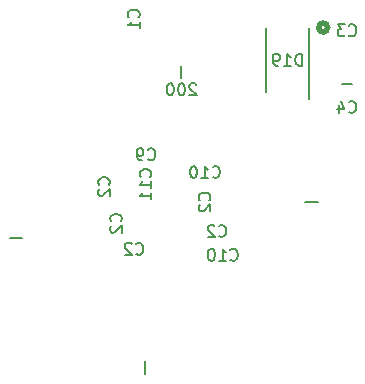
<source format=gbr>
%TF.GenerationSoftware,KiCad,Pcbnew,9.0.6*%
%TF.CreationDate,2025-12-07T19:13:54-08:00*%
%TF.ProjectId,redstone_block,72656473-746f-46e6-955f-626c6f636b2e,rev?*%
%TF.SameCoordinates,Original*%
%TF.FileFunction,Legend,Bot*%
%TF.FilePolarity,Positive*%
%FSLAX46Y46*%
G04 Gerber Fmt 4.6, Leading zero omitted, Abs format (unit mm)*
G04 Created by KiCad (PCBNEW 9.0.6) date 2025-12-07 19:13:54*
%MOMM*%
%LPD*%
G01*
G04 APERTURE LIST*
%ADD10C,0.150000*%
%ADD11C,0.508000*%
%ADD12C,0.200000*%
G04 APERTURE END LIST*
D10*
X130359580Y-52033333D02*
X130407200Y-51985714D01*
X130407200Y-51985714D02*
X130454819Y-51842857D01*
X130454819Y-51842857D02*
X130454819Y-51747619D01*
X130454819Y-51747619D02*
X130407200Y-51604762D01*
X130407200Y-51604762D02*
X130311961Y-51509524D01*
X130311961Y-51509524D02*
X130216723Y-51461905D01*
X130216723Y-51461905D02*
X130026247Y-51414286D01*
X130026247Y-51414286D02*
X129883390Y-51414286D01*
X129883390Y-51414286D02*
X129692914Y-51461905D01*
X129692914Y-51461905D02*
X129597676Y-51509524D01*
X129597676Y-51509524D02*
X129502438Y-51604762D01*
X129502438Y-51604762D02*
X129454819Y-51747619D01*
X129454819Y-51747619D02*
X129454819Y-51842857D01*
X129454819Y-51842857D02*
X129502438Y-51985714D01*
X129502438Y-51985714D02*
X129550057Y-52033333D01*
X129550057Y-52414286D02*
X129502438Y-52461905D01*
X129502438Y-52461905D02*
X129454819Y-52557143D01*
X129454819Y-52557143D02*
X129454819Y-52795238D01*
X129454819Y-52795238D02*
X129502438Y-52890476D01*
X129502438Y-52890476D02*
X129550057Y-52938095D01*
X129550057Y-52938095D02*
X129645295Y-52985714D01*
X129645295Y-52985714D02*
X129740533Y-52985714D01*
X129740533Y-52985714D02*
X129883390Y-52938095D01*
X129883390Y-52938095D02*
X130454819Y-52366667D01*
X130454819Y-52366667D02*
X130454819Y-52985714D01*
X138859580Y-53333333D02*
X138907200Y-53285714D01*
X138907200Y-53285714D02*
X138954819Y-53142857D01*
X138954819Y-53142857D02*
X138954819Y-53047619D01*
X138954819Y-53047619D02*
X138907200Y-52904762D01*
X138907200Y-52904762D02*
X138811961Y-52809524D01*
X138811961Y-52809524D02*
X138716723Y-52761905D01*
X138716723Y-52761905D02*
X138526247Y-52714286D01*
X138526247Y-52714286D02*
X138383390Y-52714286D01*
X138383390Y-52714286D02*
X138192914Y-52761905D01*
X138192914Y-52761905D02*
X138097676Y-52809524D01*
X138097676Y-52809524D02*
X138002438Y-52904762D01*
X138002438Y-52904762D02*
X137954819Y-53047619D01*
X137954819Y-53047619D02*
X137954819Y-53142857D01*
X137954819Y-53142857D02*
X138002438Y-53285714D01*
X138002438Y-53285714D02*
X138050057Y-53333333D01*
X138050057Y-53714286D02*
X138002438Y-53761905D01*
X138002438Y-53761905D02*
X137954819Y-53857143D01*
X137954819Y-53857143D02*
X137954819Y-54095238D01*
X137954819Y-54095238D02*
X138002438Y-54190476D01*
X138002438Y-54190476D02*
X138050057Y-54238095D01*
X138050057Y-54238095D02*
X138145295Y-54285714D01*
X138145295Y-54285714D02*
X138240533Y-54285714D01*
X138240533Y-54285714D02*
X138383390Y-54238095D01*
X138383390Y-54238095D02*
X138954819Y-53666667D01*
X138954819Y-53666667D02*
X138954819Y-54285714D01*
X132859580Y-37833333D02*
X132907200Y-37785714D01*
X132907200Y-37785714D02*
X132954819Y-37642857D01*
X132954819Y-37642857D02*
X132954819Y-37547619D01*
X132954819Y-37547619D02*
X132907200Y-37404762D01*
X132907200Y-37404762D02*
X132811961Y-37309524D01*
X132811961Y-37309524D02*
X132716723Y-37261905D01*
X132716723Y-37261905D02*
X132526247Y-37214286D01*
X132526247Y-37214286D02*
X132383390Y-37214286D01*
X132383390Y-37214286D02*
X132192914Y-37261905D01*
X132192914Y-37261905D02*
X132097676Y-37309524D01*
X132097676Y-37309524D02*
X132002438Y-37404762D01*
X132002438Y-37404762D02*
X131954819Y-37547619D01*
X131954819Y-37547619D02*
X131954819Y-37642857D01*
X131954819Y-37642857D02*
X132002438Y-37785714D01*
X132002438Y-37785714D02*
X132050057Y-37833333D01*
X132954819Y-38785714D02*
X132954819Y-38214286D01*
X132954819Y-38500000D02*
X131954819Y-38500000D01*
X131954819Y-38500000D02*
X132097676Y-38404762D01*
X132097676Y-38404762D02*
X132192914Y-38309524D01*
X132192914Y-38309524D02*
X132240533Y-38214286D01*
X132666666Y-57859580D02*
X132714285Y-57907200D01*
X132714285Y-57907200D02*
X132857142Y-57954819D01*
X132857142Y-57954819D02*
X132952380Y-57954819D01*
X132952380Y-57954819D02*
X133095237Y-57907200D01*
X133095237Y-57907200D02*
X133190475Y-57811961D01*
X133190475Y-57811961D02*
X133238094Y-57716723D01*
X133238094Y-57716723D02*
X133285713Y-57526247D01*
X133285713Y-57526247D02*
X133285713Y-57383390D01*
X133285713Y-57383390D02*
X133238094Y-57192914D01*
X133238094Y-57192914D02*
X133190475Y-57097676D01*
X133190475Y-57097676D02*
X133095237Y-57002438D01*
X133095237Y-57002438D02*
X132952380Y-56954819D01*
X132952380Y-56954819D02*
X132857142Y-56954819D01*
X132857142Y-56954819D02*
X132714285Y-57002438D01*
X132714285Y-57002438D02*
X132666666Y-57050057D01*
X132285713Y-57050057D02*
X132238094Y-57002438D01*
X132238094Y-57002438D02*
X132142856Y-56954819D01*
X132142856Y-56954819D02*
X131904761Y-56954819D01*
X131904761Y-56954819D02*
X131809523Y-57002438D01*
X131809523Y-57002438D02*
X131761904Y-57050057D01*
X131761904Y-57050057D02*
X131714285Y-57145295D01*
X131714285Y-57145295D02*
X131714285Y-57240533D01*
X131714285Y-57240533D02*
X131761904Y-57383390D01*
X131761904Y-57383390D02*
X132333332Y-57954819D01*
X132333332Y-57954819D02*
X131714285Y-57954819D01*
X133666666Y-49859580D02*
X133714285Y-49907200D01*
X133714285Y-49907200D02*
X133857142Y-49954819D01*
X133857142Y-49954819D02*
X133952380Y-49954819D01*
X133952380Y-49954819D02*
X134095237Y-49907200D01*
X134095237Y-49907200D02*
X134190475Y-49811961D01*
X134190475Y-49811961D02*
X134238094Y-49716723D01*
X134238094Y-49716723D02*
X134285713Y-49526247D01*
X134285713Y-49526247D02*
X134285713Y-49383390D01*
X134285713Y-49383390D02*
X134238094Y-49192914D01*
X134238094Y-49192914D02*
X134190475Y-49097676D01*
X134190475Y-49097676D02*
X134095237Y-49002438D01*
X134095237Y-49002438D02*
X133952380Y-48954819D01*
X133952380Y-48954819D02*
X133857142Y-48954819D01*
X133857142Y-48954819D02*
X133714285Y-49002438D01*
X133714285Y-49002438D02*
X133666666Y-49050057D01*
X133190475Y-49954819D02*
X132999999Y-49954819D01*
X132999999Y-49954819D02*
X132904761Y-49907200D01*
X132904761Y-49907200D02*
X132857142Y-49859580D01*
X132857142Y-49859580D02*
X132761904Y-49716723D01*
X132761904Y-49716723D02*
X132714285Y-49526247D01*
X132714285Y-49526247D02*
X132714285Y-49145295D01*
X132714285Y-49145295D02*
X132761904Y-49050057D01*
X132761904Y-49050057D02*
X132809523Y-49002438D01*
X132809523Y-49002438D02*
X132904761Y-48954819D01*
X132904761Y-48954819D02*
X133095237Y-48954819D01*
X133095237Y-48954819D02*
X133190475Y-49002438D01*
X133190475Y-49002438D02*
X133238094Y-49050057D01*
X133238094Y-49050057D02*
X133285713Y-49145295D01*
X133285713Y-49145295D02*
X133285713Y-49383390D01*
X133285713Y-49383390D02*
X133238094Y-49478628D01*
X133238094Y-49478628D02*
X133190475Y-49526247D01*
X133190475Y-49526247D02*
X133095237Y-49573866D01*
X133095237Y-49573866D02*
X132904761Y-49573866D01*
X132904761Y-49573866D02*
X132809523Y-49526247D01*
X132809523Y-49526247D02*
X132761904Y-49478628D01*
X132761904Y-49478628D02*
X132714285Y-49383390D01*
X137738094Y-43550057D02*
X137690475Y-43502438D01*
X137690475Y-43502438D02*
X137595237Y-43454819D01*
X137595237Y-43454819D02*
X137357142Y-43454819D01*
X137357142Y-43454819D02*
X137261904Y-43502438D01*
X137261904Y-43502438D02*
X137214285Y-43550057D01*
X137214285Y-43550057D02*
X137166666Y-43645295D01*
X137166666Y-43645295D02*
X137166666Y-43740533D01*
X137166666Y-43740533D02*
X137214285Y-43883390D01*
X137214285Y-43883390D02*
X137785713Y-44454819D01*
X137785713Y-44454819D02*
X137166666Y-44454819D01*
X136547618Y-43454819D02*
X136452380Y-43454819D01*
X136452380Y-43454819D02*
X136357142Y-43502438D01*
X136357142Y-43502438D02*
X136309523Y-43550057D01*
X136309523Y-43550057D02*
X136261904Y-43645295D01*
X136261904Y-43645295D02*
X136214285Y-43835771D01*
X136214285Y-43835771D02*
X136214285Y-44073866D01*
X136214285Y-44073866D02*
X136261904Y-44264342D01*
X136261904Y-44264342D02*
X136309523Y-44359580D01*
X136309523Y-44359580D02*
X136357142Y-44407200D01*
X136357142Y-44407200D02*
X136452380Y-44454819D01*
X136452380Y-44454819D02*
X136547618Y-44454819D01*
X136547618Y-44454819D02*
X136642856Y-44407200D01*
X136642856Y-44407200D02*
X136690475Y-44359580D01*
X136690475Y-44359580D02*
X136738094Y-44264342D01*
X136738094Y-44264342D02*
X136785713Y-44073866D01*
X136785713Y-44073866D02*
X136785713Y-43835771D01*
X136785713Y-43835771D02*
X136738094Y-43645295D01*
X136738094Y-43645295D02*
X136690475Y-43550057D01*
X136690475Y-43550057D02*
X136642856Y-43502438D01*
X136642856Y-43502438D02*
X136547618Y-43454819D01*
X135595237Y-43454819D02*
X135499999Y-43454819D01*
X135499999Y-43454819D02*
X135404761Y-43502438D01*
X135404761Y-43502438D02*
X135357142Y-43550057D01*
X135357142Y-43550057D02*
X135309523Y-43645295D01*
X135309523Y-43645295D02*
X135261904Y-43835771D01*
X135261904Y-43835771D02*
X135261904Y-44073866D01*
X135261904Y-44073866D02*
X135309523Y-44264342D01*
X135309523Y-44264342D02*
X135357142Y-44359580D01*
X135357142Y-44359580D02*
X135404761Y-44407200D01*
X135404761Y-44407200D02*
X135499999Y-44454819D01*
X135499999Y-44454819D02*
X135595237Y-44454819D01*
X135595237Y-44454819D02*
X135690475Y-44407200D01*
X135690475Y-44407200D02*
X135738094Y-44359580D01*
X135738094Y-44359580D02*
X135785713Y-44264342D01*
X135785713Y-44264342D02*
X135833332Y-44073866D01*
X135833332Y-44073866D02*
X135833332Y-43835771D01*
X135833332Y-43835771D02*
X135785713Y-43645295D01*
X135785713Y-43645295D02*
X135738094Y-43550057D01*
X135738094Y-43550057D02*
X135690475Y-43502438D01*
X135690475Y-43502438D02*
X135595237Y-43454819D01*
X150666666Y-39359580D02*
X150714285Y-39407200D01*
X150714285Y-39407200D02*
X150857142Y-39454819D01*
X150857142Y-39454819D02*
X150952380Y-39454819D01*
X150952380Y-39454819D02*
X151095237Y-39407200D01*
X151095237Y-39407200D02*
X151190475Y-39311961D01*
X151190475Y-39311961D02*
X151238094Y-39216723D01*
X151238094Y-39216723D02*
X151285713Y-39026247D01*
X151285713Y-39026247D02*
X151285713Y-38883390D01*
X151285713Y-38883390D02*
X151238094Y-38692914D01*
X151238094Y-38692914D02*
X151190475Y-38597676D01*
X151190475Y-38597676D02*
X151095237Y-38502438D01*
X151095237Y-38502438D02*
X150952380Y-38454819D01*
X150952380Y-38454819D02*
X150857142Y-38454819D01*
X150857142Y-38454819D02*
X150714285Y-38502438D01*
X150714285Y-38502438D02*
X150666666Y-38550057D01*
X150333332Y-38454819D02*
X149714285Y-38454819D01*
X149714285Y-38454819D02*
X150047618Y-38835771D01*
X150047618Y-38835771D02*
X149904761Y-38835771D01*
X149904761Y-38835771D02*
X149809523Y-38883390D01*
X149809523Y-38883390D02*
X149761904Y-38931009D01*
X149761904Y-38931009D02*
X149714285Y-39026247D01*
X149714285Y-39026247D02*
X149714285Y-39264342D01*
X149714285Y-39264342D02*
X149761904Y-39359580D01*
X149761904Y-39359580D02*
X149809523Y-39407200D01*
X149809523Y-39407200D02*
X149904761Y-39454819D01*
X149904761Y-39454819D02*
X150190475Y-39454819D01*
X150190475Y-39454819D02*
X150285713Y-39407200D01*
X150285713Y-39407200D02*
X150333332Y-39359580D01*
X146714285Y-41954819D02*
X146714285Y-40954819D01*
X146714285Y-40954819D02*
X146476190Y-40954819D01*
X146476190Y-40954819D02*
X146333333Y-41002438D01*
X146333333Y-41002438D02*
X146238095Y-41097676D01*
X146238095Y-41097676D02*
X146190476Y-41192914D01*
X146190476Y-41192914D02*
X146142857Y-41383390D01*
X146142857Y-41383390D02*
X146142857Y-41526247D01*
X146142857Y-41526247D02*
X146190476Y-41716723D01*
X146190476Y-41716723D02*
X146238095Y-41811961D01*
X146238095Y-41811961D02*
X146333333Y-41907200D01*
X146333333Y-41907200D02*
X146476190Y-41954819D01*
X146476190Y-41954819D02*
X146714285Y-41954819D01*
X145190476Y-41954819D02*
X145761904Y-41954819D01*
X145476190Y-41954819D02*
X145476190Y-40954819D01*
X145476190Y-40954819D02*
X145571428Y-41097676D01*
X145571428Y-41097676D02*
X145666666Y-41192914D01*
X145666666Y-41192914D02*
X145761904Y-41240533D01*
X144714285Y-41954819D02*
X144523809Y-41954819D01*
X144523809Y-41954819D02*
X144428571Y-41907200D01*
X144428571Y-41907200D02*
X144380952Y-41859580D01*
X144380952Y-41859580D02*
X144285714Y-41716723D01*
X144285714Y-41716723D02*
X144238095Y-41526247D01*
X144238095Y-41526247D02*
X144238095Y-41145295D01*
X144238095Y-41145295D02*
X144285714Y-41050057D01*
X144285714Y-41050057D02*
X144333333Y-41002438D01*
X144333333Y-41002438D02*
X144428571Y-40954819D01*
X144428571Y-40954819D02*
X144619047Y-40954819D01*
X144619047Y-40954819D02*
X144714285Y-41002438D01*
X144714285Y-41002438D02*
X144761904Y-41050057D01*
X144761904Y-41050057D02*
X144809523Y-41145295D01*
X144809523Y-41145295D02*
X144809523Y-41383390D01*
X144809523Y-41383390D02*
X144761904Y-41478628D01*
X144761904Y-41478628D02*
X144714285Y-41526247D01*
X144714285Y-41526247D02*
X144619047Y-41573866D01*
X144619047Y-41573866D02*
X144428571Y-41573866D01*
X144428571Y-41573866D02*
X144333333Y-41526247D01*
X144333333Y-41526247D02*
X144285714Y-41478628D01*
X144285714Y-41478628D02*
X144238095Y-41383390D01*
X131359580Y-55133333D02*
X131407200Y-55085714D01*
X131407200Y-55085714D02*
X131454819Y-54942857D01*
X131454819Y-54942857D02*
X131454819Y-54847619D01*
X131454819Y-54847619D02*
X131407200Y-54704762D01*
X131407200Y-54704762D02*
X131311961Y-54609524D01*
X131311961Y-54609524D02*
X131216723Y-54561905D01*
X131216723Y-54561905D02*
X131026247Y-54514286D01*
X131026247Y-54514286D02*
X130883390Y-54514286D01*
X130883390Y-54514286D02*
X130692914Y-54561905D01*
X130692914Y-54561905D02*
X130597676Y-54609524D01*
X130597676Y-54609524D02*
X130502438Y-54704762D01*
X130502438Y-54704762D02*
X130454819Y-54847619D01*
X130454819Y-54847619D02*
X130454819Y-54942857D01*
X130454819Y-54942857D02*
X130502438Y-55085714D01*
X130502438Y-55085714D02*
X130550057Y-55133333D01*
X130550057Y-55514286D02*
X130502438Y-55561905D01*
X130502438Y-55561905D02*
X130454819Y-55657143D01*
X130454819Y-55657143D02*
X130454819Y-55895238D01*
X130454819Y-55895238D02*
X130502438Y-55990476D01*
X130502438Y-55990476D02*
X130550057Y-56038095D01*
X130550057Y-56038095D02*
X130645295Y-56085714D01*
X130645295Y-56085714D02*
X130740533Y-56085714D01*
X130740533Y-56085714D02*
X130883390Y-56038095D01*
X130883390Y-56038095D02*
X131454819Y-55466667D01*
X131454819Y-55466667D02*
X131454819Y-56085714D01*
X139142857Y-51359580D02*
X139190476Y-51407200D01*
X139190476Y-51407200D02*
X139333333Y-51454819D01*
X139333333Y-51454819D02*
X139428571Y-51454819D01*
X139428571Y-51454819D02*
X139571428Y-51407200D01*
X139571428Y-51407200D02*
X139666666Y-51311961D01*
X139666666Y-51311961D02*
X139714285Y-51216723D01*
X139714285Y-51216723D02*
X139761904Y-51026247D01*
X139761904Y-51026247D02*
X139761904Y-50883390D01*
X139761904Y-50883390D02*
X139714285Y-50692914D01*
X139714285Y-50692914D02*
X139666666Y-50597676D01*
X139666666Y-50597676D02*
X139571428Y-50502438D01*
X139571428Y-50502438D02*
X139428571Y-50454819D01*
X139428571Y-50454819D02*
X139333333Y-50454819D01*
X139333333Y-50454819D02*
X139190476Y-50502438D01*
X139190476Y-50502438D02*
X139142857Y-50550057D01*
X138190476Y-51454819D02*
X138761904Y-51454819D01*
X138476190Y-51454819D02*
X138476190Y-50454819D01*
X138476190Y-50454819D02*
X138571428Y-50597676D01*
X138571428Y-50597676D02*
X138666666Y-50692914D01*
X138666666Y-50692914D02*
X138761904Y-50740533D01*
X137571428Y-50454819D02*
X137476190Y-50454819D01*
X137476190Y-50454819D02*
X137380952Y-50502438D01*
X137380952Y-50502438D02*
X137333333Y-50550057D01*
X137333333Y-50550057D02*
X137285714Y-50645295D01*
X137285714Y-50645295D02*
X137238095Y-50835771D01*
X137238095Y-50835771D02*
X137238095Y-51073866D01*
X137238095Y-51073866D02*
X137285714Y-51264342D01*
X137285714Y-51264342D02*
X137333333Y-51359580D01*
X137333333Y-51359580D02*
X137380952Y-51407200D01*
X137380952Y-51407200D02*
X137476190Y-51454819D01*
X137476190Y-51454819D02*
X137571428Y-51454819D01*
X137571428Y-51454819D02*
X137666666Y-51407200D01*
X137666666Y-51407200D02*
X137714285Y-51359580D01*
X137714285Y-51359580D02*
X137761904Y-51264342D01*
X137761904Y-51264342D02*
X137809523Y-51073866D01*
X137809523Y-51073866D02*
X137809523Y-50835771D01*
X137809523Y-50835771D02*
X137761904Y-50645295D01*
X137761904Y-50645295D02*
X137714285Y-50550057D01*
X137714285Y-50550057D02*
X137666666Y-50502438D01*
X137666666Y-50502438D02*
X137571428Y-50454819D01*
X140642857Y-58359580D02*
X140690476Y-58407200D01*
X140690476Y-58407200D02*
X140833333Y-58454819D01*
X140833333Y-58454819D02*
X140928571Y-58454819D01*
X140928571Y-58454819D02*
X141071428Y-58407200D01*
X141071428Y-58407200D02*
X141166666Y-58311961D01*
X141166666Y-58311961D02*
X141214285Y-58216723D01*
X141214285Y-58216723D02*
X141261904Y-58026247D01*
X141261904Y-58026247D02*
X141261904Y-57883390D01*
X141261904Y-57883390D02*
X141214285Y-57692914D01*
X141214285Y-57692914D02*
X141166666Y-57597676D01*
X141166666Y-57597676D02*
X141071428Y-57502438D01*
X141071428Y-57502438D02*
X140928571Y-57454819D01*
X140928571Y-57454819D02*
X140833333Y-57454819D01*
X140833333Y-57454819D02*
X140690476Y-57502438D01*
X140690476Y-57502438D02*
X140642857Y-57550057D01*
X139690476Y-58454819D02*
X140261904Y-58454819D01*
X139976190Y-58454819D02*
X139976190Y-57454819D01*
X139976190Y-57454819D02*
X140071428Y-57597676D01*
X140071428Y-57597676D02*
X140166666Y-57692914D01*
X140166666Y-57692914D02*
X140261904Y-57740533D01*
X139071428Y-57454819D02*
X138976190Y-57454819D01*
X138976190Y-57454819D02*
X138880952Y-57502438D01*
X138880952Y-57502438D02*
X138833333Y-57550057D01*
X138833333Y-57550057D02*
X138785714Y-57645295D01*
X138785714Y-57645295D02*
X138738095Y-57835771D01*
X138738095Y-57835771D02*
X138738095Y-58073866D01*
X138738095Y-58073866D02*
X138785714Y-58264342D01*
X138785714Y-58264342D02*
X138833333Y-58359580D01*
X138833333Y-58359580D02*
X138880952Y-58407200D01*
X138880952Y-58407200D02*
X138976190Y-58454819D01*
X138976190Y-58454819D02*
X139071428Y-58454819D01*
X139071428Y-58454819D02*
X139166666Y-58407200D01*
X139166666Y-58407200D02*
X139214285Y-58359580D01*
X139214285Y-58359580D02*
X139261904Y-58264342D01*
X139261904Y-58264342D02*
X139309523Y-58073866D01*
X139309523Y-58073866D02*
X139309523Y-57835771D01*
X139309523Y-57835771D02*
X139261904Y-57645295D01*
X139261904Y-57645295D02*
X139214285Y-57550057D01*
X139214285Y-57550057D02*
X139166666Y-57502438D01*
X139166666Y-57502438D02*
X139071428Y-57454819D01*
X139666666Y-56359580D02*
X139714285Y-56407200D01*
X139714285Y-56407200D02*
X139857142Y-56454819D01*
X139857142Y-56454819D02*
X139952380Y-56454819D01*
X139952380Y-56454819D02*
X140095237Y-56407200D01*
X140095237Y-56407200D02*
X140190475Y-56311961D01*
X140190475Y-56311961D02*
X140238094Y-56216723D01*
X140238094Y-56216723D02*
X140285713Y-56026247D01*
X140285713Y-56026247D02*
X140285713Y-55883390D01*
X140285713Y-55883390D02*
X140238094Y-55692914D01*
X140238094Y-55692914D02*
X140190475Y-55597676D01*
X140190475Y-55597676D02*
X140095237Y-55502438D01*
X140095237Y-55502438D02*
X139952380Y-55454819D01*
X139952380Y-55454819D02*
X139857142Y-55454819D01*
X139857142Y-55454819D02*
X139714285Y-55502438D01*
X139714285Y-55502438D02*
X139666666Y-55550057D01*
X139285713Y-55550057D02*
X139238094Y-55502438D01*
X139238094Y-55502438D02*
X139142856Y-55454819D01*
X139142856Y-55454819D02*
X138904761Y-55454819D01*
X138904761Y-55454819D02*
X138809523Y-55502438D01*
X138809523Y-55502438D02*
X138761904Y-55550057D01*
X138761904Y-55550057D02*
X138714285Y-55645295D01*
X138714285Y-55645295D02*
X138714285Y-55740533D01*
X138714285Y-55740533D02*
X138761904Y-55883390D01*
X138761904Y-55883390D02*
X139333332Y-56454819D01*
X139333332Y-56454819D02*
X138714285Y-56454819D01*
X150666666Y-45859580D02*
X150714285Y-45907200D01*
X150714285Y-45907200D02*
X150857142Y-45954819D01*
X150857142Y-45954819D02*
X150952380Y-45954819D01*
X150952380Y-45954819D02*
X151095237Y-45907200D01*
X151095237Y-45907200D02*
X151190475Y-45811961D01*
X151190475Y-45811961D02*
X151238094Y-45716723D01*
X151238094Y-45716723D02*
X151285713Y-45526247D01*
X151285713Y-45526247D02*
X151285713Y-45383390D01*
X151285713Y-45383390D02*
X151238094Y-45192914D01*
X151238094Y-45192914D02*
X151190475Y-45097676D01*
X151190475Y-45097676D02*
X151095237Y-45002438D01*
X151095237Y-45002438D02*
X150952380Y-44954819D01*
X150952380Y-44954819D02*
X150857142Y-44954819D01*
X150857142Y-44954819D02*
X150714285Y-45002438D01*
X150714285Y-45002438D02*
X150666666Y-45050057D01*
X149809523Y-45288152D02*
X149809523Y-45954819D01*
X150047618Y-44907200D02*
X150285713Y-45621485D01*
X150285713Y-45621485D02*
X149666666Y-45621485D01*
X133859580Y-51357142D02*
X133907200Y-51309523D01*
X133907200Y-51309523D02*
X133954819Y-51166666D01*
X133954819Y-51166666D02*
X133954819Y-51071428D01*
X133954819Y-51071428D02*
X133907200Y-50928571D01*
X133907200Y-50928571D02*
X133811961Y-50833333D01*
X133811961Y-50833333D02*
X133716723Y-50785714D01*
X133716723Y-50785714D02*
X133526247Y-50738095D01*
X133526247Y-50738095D02*
X133383390Y-50738095D01*
X133383390Y-50738095D02*
X133192914Y-50785714D01*
X133192914Y-50785714D02*
X133097676Y-50833333D01*
X133097676Y-50833333D02*
X133002438Y-50928571D01*
X133002438Y-50928571D02*
X132954819Y-51071428D01*
X132954819Y-51071428D02*
X132954819Y-51166666D01*
X132954819Y-51166666D02*
X133002438Y-51309523D01*
X133002438Y-51309523D02*
X133050057Y-51357142D01*
X133954819Y-52309523D02*
X133954819Y-51738095D01*
X133954819Y-52023809D02*
X132954819Y-52023809D01*
X132954819Y-52023809D02*
X133097676Y-51928571D01*
X133097676Y-51928571D02*
X133192914Y-51833333D01*
X133192914Y-51833333D02*
X133240533Y-51738095D01*
X133954819Y-53261904D02*
X133954819Y-52690476D01*
X133954819Y-52976190D02*
X132954819Y-52976190D01*
X132954819Y-52976190D02*
X133097676Y-52880952D01*
X133097676Y-52880952D02*
X133192914Y-52785714D01*
X133192914Y-52785714D02*
X133240533Y-52690476D01*
D11*
%TO.C,5v*%
X148881000Y-38720100D02*
G75*
G02*
X148119000Y-38720100I-381000J0D01*
G01*
X148119000Y-38720100D02*
G75*
G02*
X148881000Y-38720100I381000J0D01*
G01*
D12*
%TO.C,200*%
X136500000Y-41975000D02*
X136500000Y-43025000D01*
%TO.C,D19*%
X143690000Y-44200000D02*
X143690000Y-38800000D01*
X147310000Y-38800000D02*
X147310000Y-44775000D01*
%TO.C,R2*%
X146975000Y-53500000D02*
X148025000Y-53500000D01*
%TO.C,R4*%
X123025000Y-56500000D02*
X121975000Y-56500000D01*
%TO.C,C4*%
X150100000Y-43500000D02*
X150900000Y-43500000D01*
%TO.C,R3*%
X133450000Y-68025000D02*
X133450000Y-66975000D01*
%TD*%
M02*

</source>
